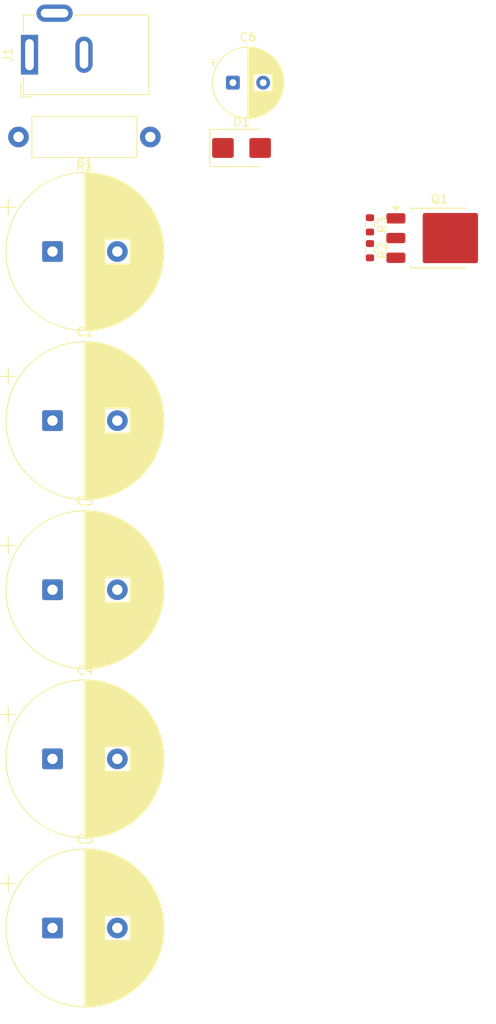
<source format=kicad_pcb>
(kicad_pcb (version 20241229) (generator "pcbnew") (generator_version "9.0")
  (layers (0 "F.Cu" signal) (2 "B.Cu" signal) (13 "F.Paste" user) (15 "B.Paste" user) (5 "F.SilkS" user "F.Silkscreen") (7 "B.SilkS" user "B.Silkscreen") (1 "F.Mask" user) (3 "B.Mask" user) (25 "Edge.Cuts" user))
  (net 0 "")
  (net 1 "GND")
  (net 2 "VCC")
  (net 3 "Net-(D1-A)")
  (net 4 "Net-(J2-Pin_1)")
  (net 5 "Net-(J2-Pin_2)")
  (net 6 "Net-(Q1-G)")
  (net 7 "TRIGGER")
  (footprint "Capacitor_THT:CP_Radial_D18.0mm_P7.50mm" (layer "F.Cu") (at 106.8 84.09)
    (property "Reference" "C3" (at 3.75 -10.25 0) (layer "F.SilkS"))
    (property "Value" "10mF/25V")
    (pad "1" thru_hole roundrect (at 0 0) (size 2.4 2.4) (drill 1.2) (layers "*.Cu" "*.Mask") (roundrect_rratio 0.104167) (net 4 "Net-(J2-Pin_1)"))
    (pad "2" thru_hole circle (at 7.5 0) (size 2.4 2.4) (drill 1.2) (layers "*.Cu" "*.Mask") (net 1 "GND"))
  )
  (footprint "Resistor_SMD:R_0603_1608Metric" (layer "F.Cu") (at 143.51 44.895 -90)
    (property "Reference" "R2" (at 0 -1.43 90) (layer "F.SilkS"))
    (property "Value" "10k")
    (pad "1" smd roundrect (at -0.825 0 270) (size 0.8 0.95) (layers "F.Cu" "F.Mask" "F.Paste") (net 6 "Net-(Q1-G)"))
    (pad "2" smd roundrect (at 0.825 0 270) (size 0.8 0.95) (layers "F.Cu" "F.Mask" "F.Paste") (net 1 "GND"))
  )
  (footprint "Connector_BarrelJack:BarrelJack_GCT_DCJ200-10-A_Horizontal" (layer "F.Cu") (at 104.14 22.24 90)
    (property "Reference" "J1" (at 0 -2.5 90) (layer "F.SilkS"))
    (property "Value" "Barrel_Jack")
    (pad "1" thru_hole rect (at 0 0 90) (size 4.6 2) (drill oval 3.6 1) (layers "*.Cu" "*.Mask") (net 3 "Net-(D1-A)"))
    (pad "2" thru_hole oval (at 0 6.3 90) (size 4.2 2) (drill oval 3.2 1) (layers "*.Cu" "*.Mask") (net 1 "GND"))
    (pad "3" thru_hole oval (at 4.8 2.9 90) (size 2 4.2) (drill oval 1 3.2) (layers "*.Cu" "*.Mask"))
  )
  (footprint "Resistor_THT:R_Axial_DIN0414_L11.9mm_D4.5mm_P15.24mm_Horizontal" (layer "F.Cu") (at 118.11 31.75 180)
    (property "Reference" "R1" (at 7.62 -3.37 0) (layer "F.SilkS"))
    (property "Value" "100R/2W")
    (pad "1" thru_hole circle (at 0 0 180) (size 2.4 2.4) (drill 1.2) (layers "*.Cu" "*.Mask") (net 2 "VCC"))
    (pad "2" thru_hole circle (at 15.24 0 180) (size 2.4 2.4) (drill 1.2) (layers "*.Cu" "*.Mask") (net 4 "Net-(J2-Pin_1)"))
  )
  (footprint "Resistor_SMD:R_0603_1608Metric" (layer "F.Cu") (at 143.51 41.91 -90)
    (property "Reference" "R3" (at 0 -1.43 90) (layer "F.SilkS"))
    (property "Value" "100R")
    (pad "1" smd roundrect (at -0.825 0 270) (size 0.8 0.95) (layers "F.Cu" "F.Mask" "F.Paste") (net 7 "TRIGGER"))
    (pad "2" smd roundrect (at 0.825 0 270) (size 0.8 0.95) (layers "F.Cu" "F.Mask" "F.Paste") (net 6 "Net-(Q1-G)"))
  )
  (footprint "Package_TO_SOT_SMD:TO-252-3_TabPin2" (layer "F.Cu") (at 151.545 43.435)
    (property "Reference" "Q1" (at 0 -4.5 0) (layer "F.SilkS"))
    (property "Value" "DMG4800LK3-13")
    (pad "1" smd roundrect (at -5.04 -2.28) (size 2.2 1.2) (layers "F.Cu" "F.Mask" "F.Paste") (roundrect_rratio 0.208333) (net 6 "Net-(Q1-G)"))
    (pad "2" smd roundrect (at -5.04 0) (size 2.2 1.2) (layers "F.Cu" "F.Mask" "F.Paste") (roundrect_rratio 0.208333) (net 5 "Net-(J2-Pin_2)"))
    (pad "2" smd roundrect (at 1.26 0) (size 6.4 5.8) (layers "F.Cu" "F.Mask") (roundrect_rratio 0.043103) (net 5 "Net-(J2-Pin_2)"))
    (pad "3" smd roundrect (at -5.04 2.28) (size 2.2 1.2) (layers "F.Cu" "F.Mask" "F.Paste") (roundrect_rratio 0.208333) (net 1 "GND"))
  )
  (footprint "Diode_SMD:D_SMB" (layer "F.Cu") (at 128.66 33.02)
    (property "Reference" "D1" (at 0 -3 0) (layer "F.SilkS"))
    (property "Value" "SS28")
    (pad "1" smd roundrect (at -2.15 0) (size 2.5 2.3) (layers "F.Cu" "F.Mask" "F.Paste") (roundrect_rratio 0.1086956522) (net 2 "VCC"))
    (pad "2" smd roundrect (at 2.15 0) (size 2.5 2.3) (layers "F.Cu" "F.Mask" "F.Paste") (roundrect_rratio 0.1086956522) (net 3 "Net-(D1-A)"))
  )
  (footprint "Capacitor_THT:CP_Radial_D18.0mm_P7.50mm" (layer "F.Cu") (at 106.8 123.19)
    (property "Reference" "C5" (at 3.75 -10.25 0) (layer "F.SilkS"))
    (property "Value" "10mF/25V")
    (pad "1" thru_hole roundrect (at 0 0) (size 2.4 2.4) (drill 1.2) (layers "*.Cu" "*.Mask") (roundrect_rratio 0.104167) (net 4 "Net-(J2-Pin_1)"))
    (pad "2" thru_hole circle (at 7.5 0) (size 2.4 2.4) (drill 1.2) (layers "*.Cu" "*.Mask") (net 1 "GND"))
  )
  (footprint "Capacitor_THT:CP_Radial_D18.0mm_P7.50mm" (layer "F.Cu") (at 106.8 44.99)
    (property "Reference" "C1" (at 3.75 -10.25 0) (layer "F.SilkS"))
    (property "Value" "10mF/25V")
    (pad "1" thru_hole roundrect (at 0 0) (size 2.4 2.4) (drill 1.2) (layers "*.Cu" "*.Mask") (roundrect_rratio 0.104167) (net 4 "Net-(J2-Pin_1)"))
    (pad "2" thru_hole circle (at 7.5 0) (size 2.4 2.4) (drill 1.2) (layers "*.Cu" "*.Mask") (net 1 "GND"))
  )
  (footprint "Capacitor_THT:CP_Radial_D8.0mm_P3.50mm" (layer "F.Cu") (at 127.659698 25.47)
    (property "Reference" "C6" (at 1.75 -5.25 0) (layer "F.SilkS"))
    (property "Value" "470u/25V")
    (pad "1" thru_hole roundrect (at 0 0) (size 1.6 1.6) (drill 0.8) (layers "*.Cu" "*.Mask") (roundrect_rratio 0.15625) (net 2 "VCC"))
    (pad "2" thru_hole circle (at 3.5 0) (size 1.6 1.6) (drill 0.8) (layers "*.Cu" "*.Mask") (net 1 "GND"))
  )
  (footprint "Capacitor_THT:CP_Radial_D18.0mm_P7.50mm" (layer "F.Cu") (at 106.8 64.54)
    (property "Reference" "C2" (at 3.75 -10.25 0) (layer "F.SilkS"))
    (property "Value" "10mF/25V")
    (pad "1" thru_hole roundrect (at 0 0) (size 2.4 2.4) (drill 1.2) (layers "*.Cu" "*.Mask") (roundrect_rratio 0.104167) (net 4 "Net-(J2-Pin_1)"))
    (pad "2" thru_hole circle (at 7.5 0) (size 2.4 2.4) (drill 1.2) (layers "*.Cu" "*.Mask") (net 1 "GND"))
  )
  (footprint "Capacitor_THT:CP_Radial_D18.0mm_P7.50mm" (layer "F.Cu") (at 106.8 103.64)
    (property "Reference" "C4" (at 3.75 -10.25 0) (layer "F.SilkS"))
    (property "Value" "10mF/25V")
    (pad "1" thru_hole roundrect (at 0 0) (size 2.4 2.4) (drill 1.2) (layers "*.Cu" "*.Mask") (roundrect_rratio 0.104167) (net 4 "Net-(J2-Pin_1)"))
    (pad "2" thru_hole circle (at 7.5 0) (size 2.4 2.4) (drill 1.2) (layers "*.Cu" "*.Mask") (net 1 "GND"))
  )
)
</source>
